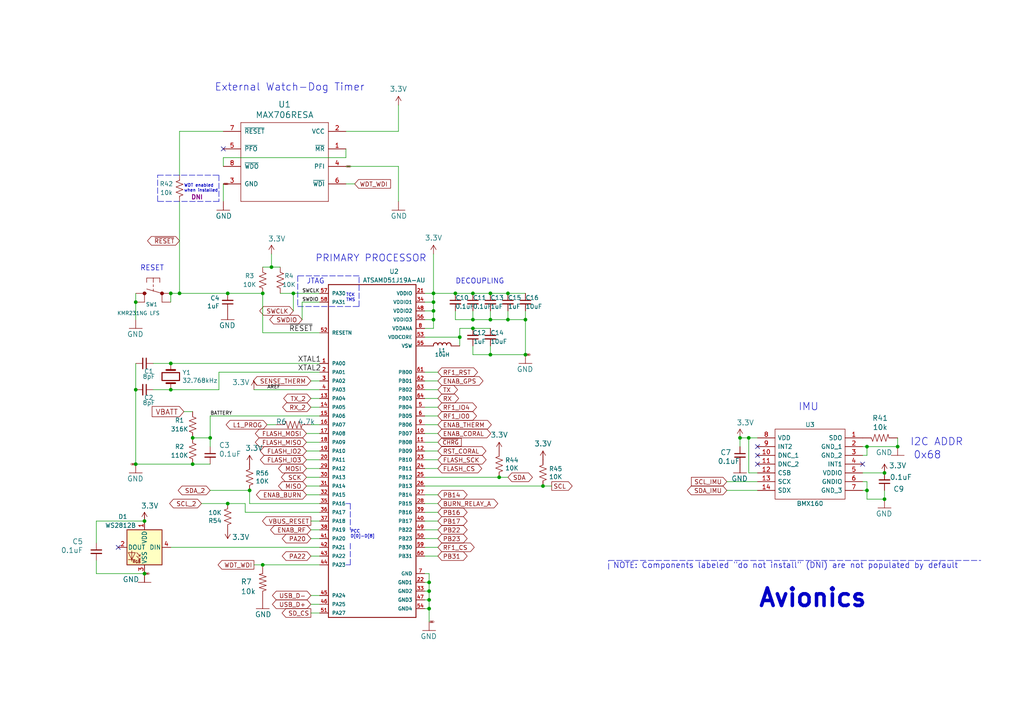
<source format=kicad_sch>
(kicad_sch (version 20211123) (generator eeschema)
  (paper "A4")
  (title_block (title "PyCubed Mainboard") (date "2021-06-09") (rev "v05c") (company "Max Holliday"))
  (lib_symbols
    (symbol "Device:Crystal" (pin_numbers hide) (pin_names (offset 1.016) hide)
      (property "Reference" "Y" (at 0 3.81 0))
      (property "Value" "Crystal" (at 0 -3.81 0))
      (symbol "Crystal_0_1"
        (rectangle (start -1.143 2.54) (end 1.143 -2.54) (stroke (width 0.3048)))
        (polyline (pts (xy -2.54 0) (xy -1.905 0)))
        (polyline (pts (xy -1.905 -1.27) (xy -1.905 1.27)) (stroke (width 0.508)))
        (polyline (pts (xy 1.905 -1.27) (xy 1.905 1.27)) (stroke (width 0.508)))
        (polyline (pts (xy 2.54 0) (xy 1.905 0)))
      )
      (symbol "Crystal_1_1"
        (pin passive line (at -3.81 0 0) (length 1.27) (name "1") (number "1"))
        (pin passive line (at 3.81 0 180) (length 1.27) (name "2") (number "2"))
      )
    )
    (symbol "Device:R_US" (pin_numbers hide) (pin_names (offset 0))
      (property "Reference" "R" (at 2.54 0 90))
      (property "Value" "R_US" (at -2.54 0 90))
      (symbol "R_US_0_1"
        (polyline (pts (xy 0 -2.286) (xy 0 -2.54)))
        (polyline (pts (xy 0 2.286) (xy 0 2.54)))
        (polyline (pts (xy 0 -0.762) (xy 1.016 -1.143) (xy 0 -1.524) (xy -1.016 -1.905) (xy 0 -2.286)))
        (polyline (pts (xy 0 0.762) (xy 1.016 0.381) (xy 0 0) (xy -1.016 -0.381) (xy 0 -0.762)))
        (polyline (pts (xy 0 2.286) (xy 1.016 1.905) (xy 0 1.524) (xy -1.016 1.143) (xy 0 0.762)))
      )
      (symbol "R_US_1_1"
        (pin passive line (at 0 3.81 270) (length 1.27) (name "~") (number "1"))
        (pin passive line (at 0 -3.81 90) (length 1.27) (name "~") (number "2"))
      )
    )
    (symbol "LED:WS2812B" (pin_names (offset 0.254))
      (property "Reference" "D" (at 5.08 5.715 0))
      (property "Value" "WS2812B" (at 1.27 -5.715 0))
      (symbol "WS2812B_0_0"
        (text "RGB" (at 2.286 -4.191 0) (effects (font (size 0.762 0.762))))
      )
      (symbol "WS2812B_0_1"
        (polyline (pts (xy 1.27 -3.556) (xy 1.778 -3.556)))
        (polyline (pts (xy 1.27 -2.54) (xy 1.778 -2.54)))
        (polyline (pts (xy 4.699 -3.556) (xy 2.667 -3.556)))
        (polyline (pts (xy 2.286 -2.54) (xy 1.27 -3.556) (xy 1.27 -3.048)))
        (polyline (pts (xy 2.286 -1.524) (xy 1.27 -2.54) (xy 1.27 -2.032)))
        (polyline (pts (xy 3.683 -1.016) (xy 3.683 -3.556) (xy 3.683 -4.064)))
        (polyline (pts (xy 4.699 -1.524) (xy 2.667 -1.524) (xy 3.683 -3.556) (xy 4.699 -1.524)))
        (rectangle (start 5.08 5.08) (end -5.08 -5.08) (stroke (width 0.254)) (fill (type background)))
      )
      (symbol "WS2812B_1_1"
        (pin power_in line (at 0 7.62 270) (length 2.54) (name "VDD") (number "1"))
        (pin output line (at 7.62 0 180) (length 2.54) (name "DOUT") (number "2"))
        (pin power_in line (at 0 -7.62 90) (length 2.54) (name "VSS") (number "3"))
        (pin input line (at -7.62 0 0) (length 2.54) (name "DIN") (number "4"))
      )
    )
    (symbol "mainboard:10KOHM-1_10W-1%(0603)0603" (pin_names (offset 1.016))
      (property "Reference" "R" (at -3.81 1.4986 0))
      (property "Value" "10KOHM-1_10W-1%(0603)0603" (at -3.81 -3.302 0))
      (symbol "10KOHM-1_10W-1%(0603)0603_1_0"
        (polyline (pts (xy -2.54 0) (xy -2.159 1.016)))
        (polyline (pts (xy -2.159 1.016) (xy -1.524 -1.016)))
        (polyline (pts (xy -1.524 -1.016) (xy -0.889 1.016)))
        (polyline (pts (xy -0.889 1.016) (xy -0.254 -1.016)))
        (polyline (pts (xy -0.254 -1.016) (xy 0.381 1.016)))
        (polyline (pts (xy 0.381 1.016) (xy 1.016 -1.016)))
        (polyline (pts (xy 1.016 -1.016) (xy 1.651 1.016)))
        (polyline (pts (xy 1.651 1.016) (xy 2.286 -1.016)))
        (polyline (pts (xy 2.286 -1.016) (xy 2.54 0)))
        (pin passive line (at -5.08 0 0) (length 2.54) (name "1") (number "1"))
        (pin passive line (at 5.08 0 180) (length 2.54) (name "2") (number "2"))
      )
    )
    (symbol "mainboard:3.3V" (power) (pin_names (offset 1.016))
      (property "Value" "3.3V" (at -1.016 3.556 0))
      (symbol "3.3V_1_0"
        (polyline (pts (xy 0 2.54) (xy -0.762 1.27)))
        (polyline (pts (xy 0.762 1.27) (xy 0 2.54)))
        (pin power_in line (at 0 0 90) (length 2.54) (name "3.3V") (number "1"))
      )
    )
    (symbol "mainboard:ATSAMD51J20A-AU-ATSAMD51J20A-AU-lab64_SAM32-rescue-lab64_SAM32-rescue-SAMD-10-rescue-SAM32-rescue" (pin_names (offset 1.016))
      (property "Reference" "U" (at -12.7254 48.4124 0))
      (property "Value" "ATSAMD51J20A-AU-ATSAMD51J20A-AU-lab64_SAM32-rescue-lab64_SAM32-rescue-SAMD-10-rescue-SAM32-rescue" (at -12.7254 -50.8762 0))
      (symbol "ATSAMD51J20A-AU-ATSAMD51J20A-AU-lab64_SAM32-rescue-lab64_SAM32-rescue-SAMD-10-rescue-SAM32-rescue_0_0"
        (polyline (pts (xy -12.7 -48.26) (xy 12.7 -48.26)) (stroke (width 0.254)))
        (polyline (pts (xy -12.7 48.26) (xy -12.7 -48.26)) (stroke (width 0.254)))
        (polyline (pts (xy 12.7 -48.26) (xy 12.7 48.26)) (stroke (width 0.254)))
        (polyline (pts (xy 12.7 48.26) (xy -12.7 48.26)) (stroke (width 0.254)))
        (pin bidirectional line (at -15.24 25.4 0) (length 2.54) (name "PA00") (number "1"))
        (pin bidirectional line (at 15.24 5.08 180) (length 2.54) (name "PB07") (number "10"))
        (pin bidirectional line (at 15.24 2.54 180) (length 2.54) (name "PB08") (number "11"))
        (pin bidirectional line (at 15.24 0 180) (length 2.54) (name "PB09") (number "12"))
        (pin bidirectional line (at -15.24 15.24 0) (length 2.54) (name "PA04") (number "13"))
        (pin bidirectional line (at -15.24 12.7 0) (length 2.54) (name "PA05") (number "14"))
        (pin bidirectional line (at -15.24 10.16 0) (length 2.54) (name "PA06") (number "15"))
        (pin bidirectional line (at -15.24 7.62 0) (length 2.54) (name "PA07") (number "16"))
        (pin bidirectional line (at -15.24 5.08 0) (length 2.54) (name "PA08") (number "17"))
        (pin bidirectional line (at -15.24 2.54 0) (length 2.54) (name "PA09") (number "18"))
        (pin bidirectional line (at -15.24 0 0) (length 2.54) (name "PA10") (number "19"))
        (pin bidirectional line (at -15.24 22.86 0) (length 2.54) (name "PA01") (number "2"))
        (pin bidirectional line (at -15.24 -2.54 0) (length 2.54) (name "PA11") (number "20"))
        (pin power_in line (at 15.24 45.72 180) (length 2.54) (name "VDDIO") (number "21"))
        (pin power_in line (at 15.24 -38.1 180) (length 2.54) (name "GND1") (number "22"))
        (pin bidirectional line (at 15.24 -2.54 180) (length 2.54) (name "PB10") (number "23"))
        (pin bidirectional line (at 15.24 -5.08 180) (length 2.54) (name "PB11") (number "24"))
        (pin bidirectional line (at 15.24 -7.62 180) (length 2.54) (name "PB12") (number "25"))
        (pin bidirectional line (at 15.24 -10.16 180) (length 2.54) (name "PB13") (number "26"))
        (pin bidirectional line (at 15.24 -12.7 180) (length 2.54) (name "PB14") (number "27"))
        (pin bidirectional line (at 15.24 -15.24 180) (length 2.54) (name "PB15") (number "28"))
        (pin bidirectional line (at -15.24 -5.08 0) (length 2.54) (name "PA12") (number "29"))
        (pin bidirectional line (at -15.24 20.32 0) (length 2.54) (name "PA02") (number "3"))
        (pin bidirectional line (at -15.24 -7.62 0) (length 2.54) (name "PA13") (number "30"))
        (pin bidirectional line (at -15.24 -10.16 0) (length 2.54) (name "PA14") (number "31"))
        (pin bidirectional line (at -15.24 -12.7 0) (length 2.54) (name "PA15") (number "32"))
        (pin power_in line (at 15.24 -40.64 180) (length 2.54) (name "GND2") (number "33"))
        (pin power_in line (at 15.24 43.18 180) (length 2.54) (name "VDDIO1") (number "34"))
        (pin bidirectional line (at -15.24 -15.24 0) (length 2.54) (name "PA16") (number "35"))
        (pin bidirectional line (at -15.24 -17.78 0) (length 2.54) (name "PA17") (number "36"))
        (pin bidirectional line (at -15.24 -20.32 0) (length 2.54) (name "PA18") (number "37"))
        (pin bidirectional line (at -15.24 -22.86 0) (length 2.54) (name "PA19") (number "38"))
        (pin bidirectional line (at 15.24 -17.78 180) (length 2.54) (name "PB16") (number "39"))
        (pin bidirectional line (at -15.24 17.78 0) (length 2.54) (name "PA03") (number "4"))
        (pin bidirectional line (at 15.24 -20.32 180) (length 2.54) (name "PB17") (number "40"))
        (pin bidirectional line (at -15.24 -25.4 0) (length 2.54) (name "PA20") (number "41"))
        (pin bidirectional line (at -15.24 -27.94 0) (length 2.54) (name "PA21") (number "42"))
        (pin bidirectional line (at -15.24 -30.48 0) (length 2.54) (name "PA22") (number "43"))
        (pin bidirectional line (at -15.24 -33.02 0) (length 2.54) (name "PA23") (number "44"))
        (pin bidirectional line (at -15.24 -41.91 0) (length 2.54) (name "PA24") (number "45"))
        (pin bidirectional line (at -15.24 -44.45 0) (length 2.54) (name "PA25") (number "46"))
        (pin power_in line (at 15.24 -43.18 180) (length 2.54) (name "GND3") (number "47"))
        (pin power_in line (at 15.24 40.64 180) (length 2.54) (name "VDDIO2") (number "48"))
        (pin bidirectional line (at 15.24 -22.86 180) (length 2.54) (name "PB22") (number "49"))
        (pin bidirectional line (at 15.24 12.7 180) (length 2.54) (name "PB04") (number "5"))
        (pin bidirectional line (at 15.24 -25.4 180) (length 2.54) (name "PB23") (number "50"))
        (pin bidirectional line (at -15.24 -46.99 0) (length 2.54) (name "PA27") (number "51"))
        (pin input line (at -15.24 34.29 0) (length 2.54) (name "RESETN") (number "52"))
        (pin power_in line (at 15.24 33.02 180) (length 2.54) (name "VDDCORE") (number "53"))
        (pin power_in line (at 15.24 -45.72 180) (length 2.54) (name "GND4") (number "54"))
        (pin power_in line (at 15.24 30.48 180) (length 2.54) (name "VSW") (number "55"))
        (pin power_in line (at 15.24 38.1 180) (length 2.54) (name "VDDIO3") (number "56"))
        (pin bidirectional line (at -15.24 45.72 0) (length 2.54) (name "PA30") (number "57"))
        (pin bidirectional line (at -15.24 43.18 0) (length 2.54) (name "PA31") (number "58"))
        (pin bidirectional line (at 15.24 -27.94 180) (length 2.54) (name "PB30") (number "59"))
        (pin bidirectional line (at 15.24 10.16 180) (length 2.54) (name "PB05") (number "6"))
        (pin bidirectional line (at 15.24 -30.48 180) (length 2.54) (name "PB31") (number "60"))
        (pin bidirectional line (at 15.24 22.86 180) (length 2.54) (name "PB00") (number "61"))
        (pin bidirectional line (at 15.24 20.32 180) (length 2.54) (name "PB01") (number "62"))
        (pin bidirectional line (at 15.24 17.78 180) (length 2.54) (name "PB02") (number "63"))
        (pin bidirectional line (at 15.24 15.24 180) (length 2.54) (name "PB03") (number "64"))
        (pin power_in line (at 15.24 -35.56 180) (length 2.54) (name "GND") (number "7"))
        (pin power_in line (at 15.24 35.56 180) (length 2.54) (name "VDDANA") (number "8"))
        (pin bidirectional line (at 15.24 7.62 180) (length 2.54) (name "PB06") (number "9"))
      )
    )
    (symbol "mainboard:BMX160" (pin_names (offset 0.762))
      (property "Reference" "IC" (at 26.67 7.62 0))
      (property "Value" "BMX160" (at 26.67 5.08 0))
      (symbol "BMX160_0_0"
        (pin bidirectional line (at 0 0 0) (length 5.08) (name "SDO") (number "1"))
        (pin bidirectional line (at 30.48 -5.08 180) (length 5.08) (name "DNC_1") (number "10"))
        (pin bidirectional line (at 30.48 -7.62 180) (length 5.08) (name "DNC_2") (number "11"))
        (pin bidirectional line (at 30.48 -10.16 180) (length 5.08) (name "CSB") (number "12"))
        (pin bidirectional line (at 30.48 -12.7 180) (length 5.08) (name "SCX") (number "13"))
        (pin bidirectional line (at 30.48 -15.24 180) (length 5.08) (name "SDX") (number "14"))
        (pin bidirectional line (at 0 -2.54 0) (length 5.08) (name "GND_1") (number "2"))
        (pin bidirectional line (at 0 -5.08 0) (length 5.08) (name "GND_2") (number "3"))
        (pin bidirectional line (at 0 -7.62 0) (length 5.08) (name "INT1") (number "4"))
        (pin bidirectional line (at 0 -10.16 0) (length 5.08) (name "VDDIO") (number "5"))
        (pin bidirectional line (at 0 -12.7 0) (length 5.08) (name "GNDIO") (number "6"))
        (pin bidirectional line (at 0 -15.24 0) (length 5.08) (name "GND_3") (number "7"))
        (pin bidirectional line (at 30.48 0 180) (length 5.08) (name "VDD") (number "8"))
        (pin bidirectional line (at 30.48 -2.54 180) (length 5.08) (name "INT2") (number "9"))
      )
      (symbol "BMX160_0_1"
        (polyline (pts (xy 5.08 2.54) (xy 25.4 2.54) (xy 25.4 -17.78) (xy 5.08 -17.78) (xy 5.08 2.54)) (stroke (width 0.1524)))
      )
    )
    (symbol "mainboard:C_Small" (pin_numbers hide) (pin_names (offset 0.254) hide)
      (property "Reference" "C" (at 0.254 1.778 0))
      (property "Value" "C_Small" (at 0.254 -2.032 0))
      (symbol "C_Small_0_1"
        (polyline (pts (xy -1.524 -0.508) (xy 1.524 -0.508)) (stroke (width 0.3302)))
        (polyline (pts (xy -1.524 0.508) (xy 1.524 0.508)) (stroke (width 0.3048)))
      )
      (symbol "C_Small_1_1"
        (pin passive line (at 0 2.54 270) (length 2.032) (name "~") (number "1"))
        (pin passive line (at 0 -2.54 90) (length 2.032) (name "~") (number "2"))
      )
    )
    (symbol "mainboard:GND" (power) (pin_names (offset 1.016))
      (property "Value" "GND" (at -2.54 -2.54 0))
      (symbol "GND_1_0"
        (polyline (pts (xy -1.905 0) (xy 1.905 0)))
        (pin power_in line (at 0 2.54 270) (length 2.54) (name "GND") (number "1"))
      )
    )
    (symbol "mainboard:INDUCTOR-Adafruit_Feather_M4_Express-eagle-import-lab64_SAM32-rescue-SAMD-10-rescue-SAM32-rescue" (pin_names (offset 1.016))
      (property "Reference" "L" (at 0 2.54 0))
      (property "Value" "INDUCTOR-Adafruit_Feather_M4_Express-eagle-import-lab64_SAM32-rescue-SAMD-10-rescue-SAM32-rescue" (at 0 -1.524 0))
      (symbol "INDUCTOR-Adafruit_Feather_M4_Express-eagle-import-lab64_SAM32-rescue-SAMD-10-rescue-SAM32-rescue_1_0"
        (arc (start -1.27 0.3048) (mid -1.905 0.9149) (end -2.54 0.3048) (stroke (width 0.254)))
        (polyline (pts (xy -2.54 0.3048) (xy -2.54 0)))
        (polyline (pts (xy 2.54 0.3048) (xy 2.54 0)))
        (arc (start 0 0.3048) (mid -0.635 0.9149) (end -1.27 0.3048) (stroke (width 0.254)))
        (arc (start 1.27 0.3048) (mid 0.635 0.9149) (end 0 0.3048) (stroke (width 0.254)))
        (arc (start 2.54 0.3048) (mid 1.905 0.9149) (end 1.27 0.3048) (stroke (width 0.254)))
        (pin passive line (at -5.08 0 0) (length 2.54) (name "1") (number "1"))
        (pin passive line (at 5.08 0 180) (length 2.54) (name "2") (number "2"))
      )
    )
    (symbol "mainboard:MAX708RESA-T" (pin_names (offset 1.016))
      (property "Reference" "U" (at 15.5956 9.1186 0))
      (property "Value" "MAX708RESA-T" (at 14.9606 6.5786 0))
      (symbol "MAX708RESA-T_1_0"
        (polyline (pts (xy 7.62 -17.78) (xy 33.02 -17.78)))
        (polyline (pts (xy 7.62 5.08) (xy 7.62 -17.78)))
        (polyline (pts (xy 33.02 -17.78) (xy 33.02 5.08)))
        (polyline (pts (xy 33.02 5.08) (xy 7.62 5.08)))
        (pin input line (at 2.54 -2.54 0) (length 5.08) (name "~{MR}") (number "1"))
        (pin power_in line (at 2.54 2.54 0) (length 5.08) (name "VCC") (number "2"))
        (pin power_in line (at 38.1 -12.7 180) (length 5.08) (name "GND") (number "3"))
        (pin input line (at 2.54 -7.62 0) (length 5.08) (name "PFI") (number "4"))
        (pin output line (at 38.1 -2.54 180) (length 5.08) (name "~{PFO}") (number "5"))
        (pin input line (at 2.54 -12.7 0) (length 5.08) (name "~{WDI}") (number "6"))
        (pin output line (at 38.1 2.54 180) (length 5.08) (name "~{RESET}") (number "7"))
        (pin output line (at 38.1 -7.62 180) (length 5.08) (name "~{WDO}") (number "8"))
      )
    )
    (symbol "mainboard:R-US_R0603" (pin_names (offset 1.016))
      (property "Reference" "R" (at -3.81 1.4986 0))
      (property "Value" "R-US_R0603" (at -3.81 -3.302 0))
      (symbol "R-US_R0603_1_0"
        (polyline (pts (xy -2.54 0) (xy -2.159 1.016)))
        (polyline (pts (xy -2.159 1.016) (xy -1.524 -1.016)))
        (polyline (pts (xy -1.524 -1.016) (xy -0.889 1.016)))
        (polyline (pts (xy -0.889 1.016) (xy -0.254 -1.016)))
        (polyline (pts (xy -0.254 -1.016) (xy 0.381 1.016)))
        (polyline (pts (xy 0.381 1.016) (xy 1.016 -1.016)))
        (polyline (pts (xy 1.016 -1.016) (xy 1.651 1.016)))
        (polyline (pts (xy 1.651 1.016) (xy 2.286 -1.016)))
        (polyline (pts (xy 2.286 -1.016) (xy 2.54 0)))
        (pin passive line (at -5.08 0 0) (length 2.54) (name "1") (number "1"))
        (pin passive line (at 5.08 0 180) (length 2.54) (name "2") (number "2"))
      )
    )
    (symbol "mainboard:SWITCH_SMT4.6X2.8" (pin_names (offset 1.016))
      (property "Reference" "SW" (at -2.54 6.35 0))
      (property "Value" "SWITCH_SMT4.6X2.8" (at -2.54 -5.08 0))
      (symbol "SWITCH_SMT4.6X2.8_1_0"
        (circle (center -2.54 0) (radius 0.127) (stroke (width 0.4064)))
        (polyline (pts (xy -2.54 -2.54) (xy -2.54 0)))
        (polyline (pts (xy -2.54 0) (xy 1.905 1.27)))
        (polyline (pts (xy -1.905 4.445) (xy -1.905 3.175)))
        (polyline (pts (xy 0 1.27) (xy 0 0.635)))
        (polyline (pts (xy 0 2.54) (xy 0 1.905)))
        (polyline (pts (xy 0 4.445) (xy -1.905 4.445)))
        (polyline (pts (xy 0 4.445) (xy 0 3.175)))
        (polyline (pts (xy 1.905 0) (xy 2.54 0)))
        (polyline (pts (xy 1.905 4.445) (xy 0 4.445)))
        (polyline (pts (xy 1.905 4.445) (xy 1.905 3.175)))
        (polyline (pts (xy 2.54 -2.54) (xy 2.54 0)))
        (circle (center 2.54 0) (radius 0.127) (stroke (width 0.4064)))
        (pin passive line (at -5.08 0 0) (length 2.54) (name "P") (number "A"))
        (pin passive line (at -5.08 -2.54 0) (length 2.54) (name "P1") (number "A'"))
        (pin passive line (at 5.08 0 180) (length 2.54) (name "S") (number "B"))
        (pin passive line (at 5.08 -2.54 180) (length 2.54) (name "S1") (number "B'"))
      )
    )
  )
  (junction (at 157.48 140.97))
  (junction (at 55.88 134.62))
  (junction (at 85.09 85.09))
  (junction (at 66.04 85.09))
  (junction (at 132.08 85.09))
  (junction (at 49.53 85.09))
  (junction (at 256.54 144.78))
  (junction (at 137.16 92.71))
  (junction (at 76.2 85.09))
  (junction (at 214.63 127))
  (junction (at 256.54 137.16))
  (junction (at 39.37 87.63))
  (junction (at 217.17 127))
  (junction (at 147.32 85.09))
  (junction (at 41.91 151.13))
  (junction (at 260.35 129.54))
  (junction (at 124.46 171.45))
  (junction (at 124.46 173.99))
  (junction (at 66.04 146.05))
  (junction (at 78.74 77.47))
  (junction (at 125.73 87.63))
  (junction (at 60.96 127))
  (junction (at 124.46 168.91))
  (junction (at 125.73 90.17))
  (junction (at 39.37 134.62))
  (junction (at 52.07 85.09))
  (junction (at 55.88 127))
  (junction (at 251.46 129.54))
  (junction (at 142.24 102.87))
  (junction (at 49.53 105.41))
  (junction (at 147.32 92.71))
  (junction (at 152.4 102.87))
  (junction (at 142.24 92.71))
  (junction (at 133.35 97.79))
  (junction (at 49.53 113.03))
  (junction (at 137.16 95.25))
  (junction (at 124.46 176.53))
  (junction (at 142.24 85.09))
  (junction (at 152.4 92.71))
  (junction (at 125.73 92.71))
  (junction (at 72.39 142.24))
  (junction (at 39.37 113.03))
  (junction (at 41.91 166.37))
  (junction (at 144.78 138.43))
  (junction (at 125.73 85.09))
  (junction (at 251.46 142.24))
  (junction (at 76.2 163.83))
  (junction (at 137.16 85.09))
  (no_connect (at 219.71 134.62))
  (no_connect (at 250.19 134.62))
  (no_connect (at 64.77 43.18))
  (no_connect (at 34.29 158.75))
  (no_connect (at 219.71 129.54))
  (no_connect (at 219.71 132.08))
  (wire (pts (xy 123.19 153.67) (xy 127 153.67)))
  (wire (pts (xy 78.74 77.47) (xy 81.28 77.47)))
  (wire (pts (xy 152.4 92.71) (xy 152.4 102.87)))
  (wire (pts (xy 123.19 130.81) (xy 127 130.81)))
  (wire (pts (xy 125.73 85.09) (xy 132.08 85.09)))
  (wire (pts (xy 214.63 129.54) (xy 214.63 127)))
  (wire (pts (xy 44.45 113.03) (xy 49.53 113.03)))
  (wire (pts (xy 27.94 151.13) (xy 41.91 151.13)))
  (wire (pts (xy 39.37 105.41) (xy 39.37 113.03)))
  (wire (pts (xy 125.73 95.25) (xy 125.73 92.71)))
  (wire (pts (xy 123.19 140.97) (xy 157.48 140.97)))
  (wire (pts (xy 52.07 38.1) (xy 52.07 50.8)))
  (wire (pts (xy 123.19 171.45) (xy 124.46 171.45)))
  (wire (pts (xy 137.16 85.09) (xy 142.24 85.09)))
  (wire (pts (xy 85.09 90.17) (xy 85.09 85.09)))
  (polyline (pts (xy 176.53 165.1) (xy 176.53 162.56)))
  (wire (pts (xy 64.77 48.26) (xy 64.77 45.72)))
  (wire (pts (xy 78.74 73.66) (xy 78.74 77.47)))
  (wire (pts (xy 52.07 85.09) (xy 66.04 85.09)))
  (wire (pts (xy 115.57 48.26) (xy 115.57 58.42)))
  (wire (pts (xy 92.71 110.49) (xy 90.17 110.49)))
  (wire (pts (xy 123.19 166.37) (xy 124.46 166.37)))
  (wire (pts (xy 27.94 166.37) (xy 41.91 166.37)))
  (polyline (pts (xy 101.6 163.83) (xy 101.6 157.48)))
  (wire (pts (xy 55.88 127) (xy 60.96 127)))
  (polyline (pts (xy 63.5 50.8) (xy 63.5 58.42)))
  (wire (pts (xy 123.19 168.91) (xy 124.46 168.91)))
  (wire (pts (xy 85.09 85.09) (xy 92.71 85.09)))
  (wire (pts (xy 123.19 85.09) (xy 125.73 85.09)))
  (wire (pts (xy 137.16 102.87) (xy 142.24 102.87)))
  (wire (pts (xy 123.19 161.29) (xy 127 161.29)))
  (wire (pts (xy 147.32 92.71) (xy 152.4 92.71)))
  (wire (pts (xy 60.96 127) (xy 60.96 120.65)))
  (wire (pts (xy 49.53 158.75) (xy 92.71 158.75)))
  (wire (pts (xy 160.02 140.97) (xy 157.48 140.97)))
  (wire (pts (xy 142.24 100.33) (xy 142.24 102.87)))
  (wire (pts (xy 142.24 102.87) (xy 152.4 102.87)))
  (wire (pts (xy 102.87 53.34) (xy 100.33 53.34)))
  (wire (pts (xy 72.39 142.24) (xy 60.96 142.24)))
  (wire (pts (xy 133.35 97.79) (xy 133.35 100.33)))
  (wire (pts (xy 132.08 90.17) (xy 132.08 92.71)))
  (wire (pts (xy 52.07 58.42) (xy 52.07 85.09)))
  (wire (pts (xy 92.71 118.11) (xy 90.17 118.11)))
  (wire (pts (xy 127 128.27) (xy 123.19 128.27)))
  (polyline (pts (xy 86.36 88.9) (xy 104.14 88.9)))
  (wire (pts (xy 123.19 138.43) (xy 144.78 138.43)))
  (wire (pts (xy 127 133.35) (xy 123.19 133.35)))
  (wire (pts (xy 27.94 162.56) (xy 27.94 166.37)))
  (wire (pts (xy 250.19 139.7) (xy 251.46 139.7)))
  (wire (pts (xy 125.73 90.17) (xy 125.73 87.63)))
  (wire (pts (xy 123.19 151.13) (xy 127 151.13)))
  (wire (pts (xy 217.17 127) (xy 219.71 127)))
  (wire (pts (xy 76.2 163.83) (xy 73.66 163.83)))
  (wire (pts (xy 39.37 85.09) (xy 39.37 87.63)))
  (wire (pts (xy 100.33 45.72) (xy 100.33 43.18)))
  (wire (pts (xy 123.19 176.53) (xy 124.46 176.53)))
  (polyline (pts (xy 104.14 88.9) (xy 104.14 80.01)))
  (wire (pts (xy 49.53 105.41) (xy 92.71 105.41)))
  (wire (pts (xy 127 125.73) (xy 123.19 125.73)))
  (wire (pts (xy 147.32 138.43) (xy 144.78 138.43)))
  (wire (pts (xy 44.45 105.41) (xy 49.53 105.41)))
  (polyline (pts (xy 100.33 163.83) (xy 101.6 163.83)))
  (wire (pts (xy 71.12 146.05) (xy 66.04 146.05)))
  (wire (pts (xy 123.19 90.17) (xy 125.73 90.17)))
  (wire (pts (xy 81.28 85.09) (xy 85.09 85.09)))
  (wire (pts (xy 88.9 138.43) (xy 92.71 138.43)))
  (wire (pts (xy 92.71 172.72) (xy 90.17 172.72)))
  (wire (pts (xy 87.63 87.63) (xy 92.71 87.63)))
  (wire (pts (xy 152.4 90.17) (xy 152.4 92.71)))
  (wire (pts (xy 124.46 176.53) (xy 124.46 180.34)))
  (wire (pts (xy 123.19 87.63) (xy 125.73 87.63)))
  (wire (pts (xy 49.53 85.09) (xy 52.07 85.09)))
  (wire (pts (xy 76.2 96.52) (xy 76.2 85.09)))
  (wire (pts (xy 250.19 132.08) (xy 251.46 132.08)))
  (wire (pts (xy 92.71 133.35) (xy 88.9 133.35)))
  (wire (pts (xy 250.19 129.54) (xy 251.46 129.54)))
  (wire (pts (xy 66.04 85.09) (xy 76.2 85.09)))
  (wire (pts (xy 66.04 146.05) (xy 58.42 146.05)))
  (wire (pts (xy 217.17 137.16) (xy 217.17 127)))
  (wire (pts (xy 76.2 77.47) (xy 78.74 77.47)))
  (wire (pts (xy 88.9 130.81) (xy 92.71 130.81)))
  (wire (pts (xy 219.71 137.16) (xy 217.17 137.16)))
  (wire (pts (xy 55.88 134.62) (xy 39.37 134.62)))
  (wire (pts (xy 142.24 92.71) (xy 142.24 90.17)))
  (wire (pts (xy 123.19 146.05) (xy 127 146.05)))
  (wire (pts (xy 256.54 137.16) (xy 250.19 137.16)))
  (wire (pts (xy 125.73 87.63) (xy 125.73 85.09)))
  (wire (pts (xy 100.33 48.26) (xy 115.57 48.26)))
  (wire (pts (xy 92.71 96.52) (xy 76.2 96.52)))
  (wire (pts (xy 127 120.65) (xy 123.19 120.65)))
  (wire (pts (xy 49.53 113.03) (xy 63.5 113.03)))
  (polyline (pts (xy 101.6 146.05) (xy 101.6 153.67)))
  (wire (pts (xy 127 110.49) (xy 123.19 110.49)))
  (wire (pts (xy 87.63 87.63) (xy 87.63 92.71)))
  (polyline (pts (xy 104.14 80.01) (xy 86.36 80.01)))
  (wire (pts (xy 210.82 142.24) (xy 219.71 142.24)))
  (wire (pts (xy 39.37 87.63) (xy 39.37 92.71)))
  (wire (pts (xy 123.19 123.19) (xy 127 123.19)))
  (wire (pts (xy 92.71 146.05) (xy 72.39 146.05)))
  (wire (pts (xy 115.57 38.1) (xy 100.33 38.1)))
  (wire (pts (xy 123.19 143.51) (xy 127 143.51)))
  (wire (pts (xy 88.9 128.27) (xy 92.71 128.27)))
  (wire (pts (xy 90.17 151.13) (xy 92.71 151.13)))
  (wire (pts (xy 123.19 95.25) (xy 125.73 95.25)))
  (wire (pts (xy 133.35 97.79) (xy 133.35 95.25)))
  (wire (pts (xy 123.19 115.57) (xy 127 115.57)))
  (wire (pts (xy 251.46 129.54) (xy 260.35 129.54)))
  (wire (pts (xy 251.46 144.78) (xy 256.54 144.78)))
  (polyline (pts (xy 100.33 146.05) (xy 101.6 146.05)))
  (wire (pts (xy 115.57 38.1) (xy 115.57 30.48)))
  (wire (pts (xy 92.71 143.51) (xy 88.9 143.51)))
  (wire (pts (xy 63.5 113.03) (xy 63.5 107.95)))
  (polyline (pts (xy 86.36 80.01) (xy 86.36 88.9)))
  (wire (pts (xy 90.17 177.8) (xy 92.71 177.8)))
  (wire (pts (xy 123.19 148.59) (xy 127 148.59)))
  (wire (pts (xy 147.32 90.17) (xy 147.32 92.71)))
  (wire (pts (xy 88.9 125.73) (xy 92.71 125.73)))
  (polyline (pts (xy 45.72 58.42) (xy 45.72 50.8)))
  (wire (pts (xy 63.5 107.95) (xy 92.71 107.95)))
  (wire (pts (xy 80.01 123.19) (xy 77.47 123.19)))
  (polyline (pts (xy 63.5 58.42) (xy 45.72 58.42)))
  (wire (pts (xy 123.19 113.03) (xy 127 113.03)))
  (wire (pts (xy 256.54 142.24) (xy 256.54 144.78)))
  (wire (pts (xy 92.71 163.83) (xy 76.2 163.83)))
  (wire (pts (xy 123.19 97.79) (xy 133.35 97.79)))
  (wire (pts (xy 72.39 146.05) (xy 72.39 142.24)))
  (wire (pts (xy 123.19 156.21) (xy 127 156.21)))
  (polyline (pts (xy 176.53 162.56) (xy 284.48 162.56)))
  (wire (pts (xy 250.19 142.24) (xy 251.46 142.24)))
  (wire (pts (xy 92.71 175.26) (xy 90.17 175.26)))
  (wire (pts (xy 124.46 168.91) (xy 124.46 171.45)))
  (wire (pts (xy 147.32 85.09) (xy 152.4 85.09)))
  (wire (pts (xy 124.46 166.37) (xy 124.46 168.91)))
  (wire (pts (xy 137.16 95.25) (xy 142.24 95.25)))
  (wire (pts (xy 71.12 148.59) (xy 71.12 146.05)))
  (wire (pts (xy 124.46 173.99) (xy 124.46 176.53)))
  (wire (pts (xy 137.16 90.17) (xy 137.16 92.71)))
  (wire (pts (xy 251.46 139.7) (xy 251.46 142.24)))
  (wire (pts (xy 125.73 92.71) (xy 125.73 90.17)))
  (wire (pts (xy 127 135.89) (xy 123.19 135.89)))
  (wire (pts (xy 49.53 87.63) (xy 49.53 85.09)))
  (wire (pts (xy 88.9 140.97) (xy 92.71 140.97)))
  (wire (pts (xy 92.71 148.59) (xy 71.12 148.59)))
  (wire (pts (xy 64.77 38.1) (xy 52.07 38.1)))
  (wire (pts (xy 142.24 92.71) (xy 147.32 92.71)))
  (wire (pts (xy 123.19 158.75) (xy 127 158.75)))
  (wire (pts (xy 39.37 113.03) (xy 39.37 134.62)))
  (wire (pts (xy 73.66 113.03) (xy 92.71 113.03)))
  (wire (pts (xy 142.24 92.71) (xy 137.16 92.71)))
  (wire (pts (xy 92.71 123.19) (xy 90.17 123.19)))
  (wire (pts (xy 133.35 95.25) (xy 137.16 95.25)))
  (wire (pts (xy 92.71 156.21) (xy 90.17 156.21)))
  (wire (pts (xy 124.46 171.45) (xy 124.46 173.99)))
  (wire (pts (xy 53.34 119.38) (xy 55.88 119.38)))
  (wire (pts (xy 60.96 120.65) (xy 92.71 120.65)))
  (wire (pts (xy 123.19 173.99) (xy 124.46 173.99)))
  (wire (pts (xy 260.35 129.54) (xy 260.35 127)))
  (wire (pts (xy 92.71 153.67) (xy 90.17 153.67)))
  (wire (pts (xy 137.16 102.87) (xy 137.16 100.33)))
  (wire (pts (xy 88.9 135.89) (xy 92.71 135.89)))
  (wire (pts (xy 210.82 139.7) (xy 219.71 139.7)))
  (wire (pts (xy 214.63 127) (xy 217.17 127)))
  (wire (pts (xy 142.24 85.09) (xy 147.32 85.09)))
  (wire (pts (xy 251.46 142.24) (xy 251.46 144.78)))
  (wire (pts (xy 123.19 118.11) (xy 127 118.11)))
  (wire (pts (xy 132.08 85.09) (xy 137.16 85.09)))
  (wire (pts (xy 60.96 129.54) (xy 60.96 127)))
  (wire (pts (xy 27.94 151.13) (xy 27.94 157.48)))
  (wire (pts (xy 123.19 107.95) (xy 127 107.95)))
  (wire (pts (xy 92.71 115.57) (xy 90.17 115.57)))
  (wire (pts (xy 64.77 45.72) (xy 100.33 45.72)))
  (wire (pts (xy 125.73 85.09) (xy 125.73 73.66)))
  (wire (pts (xy 92.71 161.29) (xy 90.17 161.29)))
  (wire (pts (xy 123.19 92.71) (xy 125.73 92.71)))
  (wire (pts (xy 60.96 134.62) (xy 55.88 134.62)))
  (polyline (pts (xy 45.72 50.8) (xy 63.5 50.8)))
  (wire (pts (xy 64.77 53.34) (xy 64.77 58.42)))
  (wire (pts (xy 137.16 92.71) (xy 132.08 92.71)))
  (wire (pts (xy 251.46 129.54) (xy 251.46 132.08)))
  (text "PRIMARY PROCESSOR" (at 91.44 76.2 0) (effects (font (size 2.0066 2.0066)) (justify left bottom)))
  (text "JTAG\n" (at 88.9 82.55 0) (effects (font (size 1.4986 1.4986)) (justify left bottom)))
  (text "Avionics" (at 219.71 176.53 0) (effects (font (size 5.08 5.08) (thickness 1.016) bold) (justify left bottom)))
  (text "IMU" (at 237.49 119.38 180) (effects (font (size 2.159 2.159)) (justify right bottom)))
  (text "PCC\nD[0]-D[8]" (at 101.6 156.21 0) (effects (font (size 0.889 0.889)) (justify left bottom)))
  (text "0x68" (at 273.05 133.35 180) (effects (font (size 2.159 2.159)) (justify right bottom)))
  (text "NOTE: Components labeled \"do not install\" (DNI) are not populated by default" (at 177.8 165.1 0) (effects (font (size 1.651 1.651)) (justify left bottom)))
  (text "TCK\nTMS" (at 100.33 87.63 0) (effects (font (size 0.889 0.889)) (justify left bottom)))
  (text "RESET" (at 40.64 78.74 0) (effects (font (size 1.4986 1.4986)) (justify left bottom)))
  (text "WDT enabled\nwhen installed" (at 53.34 55.88 0) (effects (font (size 0.889 0.889)) (justify left bottom)))
  (text "I2C ADDR" (at 279.4 129.54 180) (effects (font (size 2.159 2.159)) (justify right bottom)))
  (text "External Watch-Dog Timer" (at 62.23 26.67 0) (effects (font (size 2.159 2.159)) (justify left bottom)))
  (text "DECOUPLING\n" (at 132.08 82.55 0) (effects (font (size 1.4986 1.4986)) (justify left bottom)))
  (label "~{RESET}" (at 83.82 96.52 0) (effects (font (size 1.4986 1.4986))))
  (label "SWDIO" (at 87.63 87.63 0) (effects (font (size 0.9906 0.9906))))
  (label "XTAL2" (at 86.36 107.95 0) (effects (font (size 1.524 1.524))))
  (label "XTAL1" (at 86.36 105.41 0) (effects (font (size 1.524 1.524))))
  (label "BATTERY" (at 60.96 120.65 0) (effects (font (size 1.016 1.016))))
  (label "AREF" (at 77.47 113.03 0) (effects (font (size 1.016 1.016))))
  (label "SWCLK" (at 87.63 85.09 0) (effects (font (size 0.9906 0.9906))))
  (global_label "VBUS_RESET" (shape output) (at 90.17 151.13 180) (property "Intersheet References" "${INTERSHEET_REFS}" (effects hide)))
  (global_label "~{CHRG}" (shape input) (at 127 128.27 0) (effects (font (size 1.143 1.143))) (property "Intersheet References" "${INTERSHEET_REFS}" (effects hide)))
  (global_label "USB_D+" (shape bidirectional) (at 90.17 175.26 180) (property "Intersheet References" "${INTERSHEET_REFS}" (effects hide)))
  (global_label "MISO" (shape bidirectional) (at 88.9 140.97 180) (property "Intersheet References" "${INTERSHEET_REFS}" (effects hide)))
  (global_label "PB16" (shape bidirectional) (at 127 148.59 0) (property "Intersheet References" "${INTERSHEET_REFS}" (effects hide)))
  (global_label "ENAB_RF" (shape bidirectional) (at 90.17 153.67 180) (property "Intersheet References" "${INTERSHEET_REFS}" (effects hide)))
  (global_label "PA22" (shape bidirectional) (at 90.17 161.29 180) (property "Intersheet References" "${INTERSHEET_REFS}" (effects hide)))
  (global_label "SCK" (shape bidirectional) (at 88.9 138.43 180) (property "Intersheet References" "${INTERSHEET_REFS}" (effects hide)))
  (global_label "RF1_IO0" (shape bidirectional) (at 127 120.65 0) (property "Intersheet References" "${INTERSHEET_REFS}" (effects hide)))
  (global_label "GND" (shape bidirectional) (at 64.77 53.34 0) (effects (font (size 0.254 0.254))) (property "Intersheet References" "${INTERSHEET_REFS}" (effects hide)))
  (global_label "PB23" (shape bidirectional) (at 127 156.21 0) (property "Intersheet References" "${INTERSHEET_REFS}" (effects hide)))
  (global_label "TX" (shape bidirectional) (at 127 113.03 0) (property "Intersheet References" "${INTERSHEET_REFS}" (effects hide)))
  (global_label "BURN_RELAY_A" (shape bidirectional) (at 127 146.05 0) (property "Intersheet References" "${INTERSHEET_REFS}" (effects hide)))
  (global_label "ENAB_BURN" (shape bidirectional) (at 88.9 143.51 180) (property "Intersheet References" "${INTERSHEET_REFS}" (effects hide)))
  (global_label "FLASH_IO3" (shape bidirectional) (at 88.9 133.35 180) (property "Intersheet References" "${INTERSHEET_REFS}" (effects hide)))
  (global_label "ENAB_THERM" (shape bidirectional) (at 127 123.19 0) (property "Intersheet References" "${INTERSHEET_REFS}" (effects hide)))
  (global_label "RF1_CS" (shape bidirectional) (at 127 158.75 0) (property "Intersheet References" "${INTERSHEET_REFS}" (effects hide)))
  (global_label "WDT_WDI" (shape output) (at 73.66 163.83 180) (property "Intersheet References" "${INTERSHEET_REFS}" (effects hide)))
  (global_label "SD_CS" (shape output) (at 90.17 177.8 180) (property "Intersheet References" "${INTERSHEET_REFS}" (effects hide)))
  (global_label "ENAB_GPS" (shape bidirectional) (at 127 110.49 0) (property "Intersheet References" "${INTERSHEET_REFS}" (effects hide)))
  (global_label "WDT_WDI" (shape input) (at 102.87 53.34 0) (property "Intersheet References" "${INTERSHEET_REFS}" (effects hide)))
  (global_label "SWDIO" (shape bidirectional) (at 87.63 92.71 180) (property "Intersheet References" "${INTERSHEET_REFS}" (effects hide)))
  (global_label "VBATT" (shape input) (at 53.34 119.38 180) (effects (font (size 1.4986 1.4986))) (property "Intersheet References" "${INTERSHEET_REFS}" (effects hide)))
  (global_label "SCL_2" (shape bidirectional) (at 58.42 146.05 180) (property "Intersheet References" "${INTERSHEET_REFS}" (effects hide)))
  (global_label "SWCLK" (shape bidirectional) (at 85.09 90.17 180) (property "Intersheet References" "${INTERSHEET_REFS}" (effects hide)))
  (global_label "SDA_2" (shape bidirectional) (at 60.96 142.24 180) (property "Intersheet References" "${INTERSHEET_REFS}" (effects hide)))
  (global_label "PB31" (shape bidirectional) (at 127 161.29 0) (property "Intersheet References" "${INTERSHEET_REFS}" (effects hide)))
  (global_label "~{RESET}" (shape bidirectional) (at 52.07 69.85 180) (property "Intersheet References" "${INTERSHEET_REFS}" (effects hide)))
  (global_label "GND" (shape bidirectional) (at 39.37 134.62 180) (effects (font (size 0.254 0.254))) (property "Intersheet References" "${INTERSHEET_REFS}" (effects hide)))
  (global_label "FLASH_MISO" (shape bidirectional) (at 88.9 128.27 180) (property "Intersheet References" "${INTERSHEET_REFS}" (effects hide)))
  (global_label "RX" (shape bidirectional) (at 127 115.57 0) (property "Intersheet References" "${INTERSHEET_REFS}" (effects hide)))
  (global_label "PA20" (shape bidirectional) (at 90.17 156.21 180) (property "Intersheet References" "${INTERSHEET_REFS}" (effects hide)))
  (global_label "SCL" (shape output) (at 160.02 140.97 0) (property "Intersheet References" "${INTERSHEET_REFS}" (effects hide)))
  (global_label "GND" (shape bidirectional) (at 124.46 180.34 0) (effects (font (size 0.254 0.254))) (property "Intersheet References" "${INTERSHEET_REFS}" (effects hide)))
  (global_label "RX_2" (shape bidirectional) (at 90.17 118.11 180) (property "Intersheet References" "${INTERSHEET_REFS}" (effects hide)))
  (global_label "FLASH_SCK" (shape bidirectional) (at 127 133.35 0) (property "Intersheet References" "${INTERSHEET_REFS}" (effects hide)))
  (global_label "SDA" (shape bidirectional) (at 147.32 138.43 0) (property "Intersheet References" "${INTERSHEET_REFS}" (effects hide)))
  (global_label "PB22" (shape bidirectional) (at 127 153.67 0) (property "Intersheet References" "${INTERSHEET_REFS}" (effects hide)))
  (global_label "GND" (shape bidirectional) (at 100.33 48.26 0) (effects (font (size 0.254 0.254))) (property "Intersheet References" "${INTERSHEET_REFS}" (effects hide)))
  (global_label "FLASH_MOSI" (shape bidirectional) (at 88.9 125.73 180) (property "Intersheet References" "${INTERSHEET_REFS}" (effects hide)))
  (global_label "RST_CORAL" (shape bidirectional) (at 127 130.81 0) (property "Intersheet References" "${INTERSHEET_REFS}" (effects hide)))
  (global_label "GND" (shape bidirectional) (at 41.91 166.37 0) (effects (font (size 0.254 0.254))) (property "Intersheet References" "${INTERSHEET_REFS}" (effects hide)))
  (global_label "L1_PROG" (shape bidirectional) (at 77.47 123.19 180) (property "Intersheet References" "${INTERSHEET_REFS}" (effects hide)))
  (global_label "TX_2" (shape bidirectional) (at 90.17 115.57 180) (property "Intersheet References" "${INTERSHEET_REFS}" (effects hide)))
  (global_label "RF1_RST" (shape bidirectional) (at 127 107.95 0) (property "Intersheet References" "${INTERSHEET_REFS}" (effects hide)))
  (global_label "GND" (shape bidirectional) (at 152.4 102.87 0) (effects (font (size 0.254 0.254))) (property "Intersheet References" "${INTERSHEET_REFS}" (effects hide)))
  (global_label "SENSE_THERM" (shape bidirectional) (at 90.17 110.49 180) (property "Intersheet References" "${INTERSHEET_REFS}" (effects hide)))
  (global_label "ENAB_CORAL" (shape bidirectional) (at 127 125.73 0) (property "Intersheet References" "${INTERSHEET_REFS}" (effects hide)))
  (global_label "PB14" (shape bidirectional) (at 127 143.51 0) (property "Intersheet References" "${INTERSHEET_REFS}" (effects hide)))
  (global_label "MOSI" (shape bidirectional) (at 88.9 135.89 180) (property "Intersheet References" "${INTERSHEET_REFS}" (effects hide)))
  (global_label "FLASH_IO2" (shape bidirectional) (at 88.9 130.81 180) (property "Intersheet References" "${INTERSHEET_REFS}" (effects hide)))
  (global_label "SCL_IMU" (shape input) (at 210.82 139.7 180) (property "Intersheet References" "${INTERSHEET_REFS}" (effects hide)))
  (global_label "PB17" (shape bidirectional) (at 127 151.13 0) (property "Intersheet References" "${INTERSHEET_REFS}" (effects hide)))
  (global_label "RF1_IO4" (shape bidirectional) (at 127 118.11 0) (property "Intersheet References" "${INTERSHEET_REFS}" (effects hide)))
  (global_label "SDA_IMU" (shape bidirectional) (at 210.82 142.24 180) (property "Intersheet References" "${INTERSHEET_REFS}" (effects hide)))
  (global_label "USB_D-" (shape bidirectional) (at 90.17 172.72 180) (property "Intersheet References" "${INTERSHEET_REFS}" (effects hide)))
  (global_label "FLASH_CS" (shape bidirectional) (at 127 135.89 0) (property "Intersheet References" "${INTERSHEET_REFS}" (effects hide)))
  (symbol (lib_id "mainboard:GND") (at 64.77 60.96 0) (mirror y) (unit 1)
    (property "Reference" "#GND06" (effects hide))
    (property "Value" "GND" (at 67.31 63.5 0) (effects (font (size 1.4986 1.4986)) (justify left bottom)))
  )
  (symbol (lib_id "mainboard:3.3V") (at 115.57 30.48 0) (mirror y) (unit 1)
    (property "Reference" "#SUPPLY01" (effects hide))
    (property "Value" "3.3V" (at 118.11 26.67 0) (effects (font (size 1.4986 1.4986)) (justify left bottom)))
  )
  (symbol (lib_id "mainboard:C_Small") (at 256.54 139.7 0) (mirror x) (unit 1)
    (property "Reference" "C9" (at 259.08 140.97 0) (effects (font (size 1.4986 1.4986)) (justify left bottom)))
    (property "Value" "0.1uF" (at 258.064 137.541 0) (effects (font (size 1.4986 1.4986)) (justify left bottom)))
    (property "Footprint" "Capacitor_SMD:C_0603_1608Metric" (effects hide))
    (property "Description" "0.1uF +-10% 50V X7R 0603" (effects hide))
  )
  (symbol (lib_id "mainboard:GND") (at 76.2 176.53 0) (mirror y) (unit 1)
    (property "Reference" "#GND010" (effects hide))
    (property "Value" "GND" (at 78.74 179.07 0) (effects (font (size 1.4986 1.4986)) (justify left bottom)))
  )
  (symbol (lib_id "mainboard:C_Small") (at 152.4 87.63 0) (unit 1)
    (property "Reference" "C16" (at 152.4 86.36 0) (effects (justify left)))
    (property "Value" "10uF" (at 152.4 88.9 0) (effects (justify left)))
    (property "Footprint" "Capacitor_SMD:C_0603_1608Metric" (effects hide))
    (property "Description" "10uF +-20% 10V X5R" (effects hide))
  )
  (symbol (lib_id "mainboard:C_Small") (at 147.32 87.63 0) (unit 1)
    (property "Reference" "C15" (at 147.32 86.36 0) (effects (justify left)))
    (property "Value" "1uF" (at 147.32 88.9 0) (effects (justify left)))
    (property "Footprint" "Capacitor_SMD:C_0603_1608Metric" (effects hide))
    (property "Description" "1uF 0603 X7R" (effects hide))
  )
  (symbol (lib_id "mainboard:C_Small") (at 142.24 87.63 0) (unit 1)
    (property "Reference" "C13" (at 142.24 86.36 0) (effects (justify left)))
    (property "Value" "1uF" (at 142.24 88.9 0) (effects (justify left)))
    (property "Footprint" "Capacitor_SMD:C_0603_1608Metric" (effects hide))
    (property "Description" "1uF 0603 X7R" (effects hide))
  )
  (symbol (lib_id "mainboard:C_Small") (at 66.04 87.63 0) (mirror x) (unit 1)
    (property "Reference" "C4" (at 63.7032 86.4616 0) (effects (justify right)))
    (property "Value" "1uF" (at 63.7032 88.773 0) (effects (justify right)))
    (property "Footprint" "Capacitor_SMD:C_0603_1608Metric" (effects hide))
    (property "Description" "1uF 0603 X7R" (effects hide))
  )
  (symbol (lib_id "mainboard:C_Small") (at 137.16 97.79 0) (mirror x) (unit 1)
    (property "Reference" "C12" (at 140.97 96.52 0) (effects (justify right)))
    (property "Value" "1uF" (at 140.97 99.06 0) (effects (justify right)))
    (property "Footprint" "Capacitor_SMD:C_0603_1608Metric" (effects hide))
    (property "Description" "1uF 0603 X7R" (effects hide))
  )
  (symbol (lib_id "mainboard:INDUCTOR-Adafruit_Feather_M4_Express-eagle-import-lab64_SAM32-rescue-SAMD-10-rescue-SAM32-rescue") (at 128.27 100.33 0) (mirror y) (unit 1)
    (property "Reference" "L1" (at 128.27 101.6 0) (effects (font (size 1.0668 1.0668))))
    (property "Value" "10uH" (at 128.27 102.87 0) (effects (font (size 1.0668 1.0668))))
    (property "Footprint" "Inductor_SMD:L_0805_2012Metric_Pad1.15x1.40mm_HandSolder" (effects hide))
    (property "Description" "10uH Unshielded 0805" (effects hide))
    (property "Flight" "MGFL2012F100MT-LF" (effects hide))
    (property "Manufacturer_Name" "MicroGate" (effects hide))
    (property "Manufacturer_Part_Number" "MGFL2012F100MT-LF" (effects hide))
    (property "Proto" "MGFL2012F100MT-LF" (effects hide))
  )
  (symbol (lib_id "mainboard:C_Small") (at 142.24 97.79 0) (mirror y) (unit 1)
    (property "Reference" "C14" (at 142.24 96.52 0) (effects (justify right)))
    (property "Value" "10uF" (at 142.24 99.06 0) (effects (justify right)))
    (property "Footprint" "Capacitor_SMD:C_0603_1608Metric" (effects hide))
    (property "Description" "10uF +-20% 10V X5R" (effects hide))
  )
  (symbol (lib_id "mainboard:SWITCH_SMT4.6X2.8") (at 44.45 85.09 0) (mirror y) (unit 1)
    (property "Reference" "SW1" (at 45.72 88.9 0) (effects (font (size 1.0668 1.0668)) (justify left bottom)))
    (property "Value" "KMR231NG LFS" (at 46.355 91.44 0) (effects (font (size 1.0668 1.0668)) (justify left bottom)))
    (property "Footprint" "mainboard:BTN_KMR2_4.6X2.8" (effects hide))
    (property "Datasheet" "https://www.ckswitches.com/media/1479/kmr2.pdf" (effects hide))
    (property "Description" "Tactile Switch SPST-NO" (effects hide))
    (property "Flight" "KMR231NG LFS" (effects hide))
    (property "Manufacturer_Name" "C&K" (effects hide))
    (property "Manufacturer_Part_Number" "KMR231NG LFS" (effects hide))
    (property "Proto" "KMR231NG LFS" (effects hide))
  )
  (symbol (lib_id "mainboard:C_Small") (at 41.91 105.41 270) (mirror x) (unit 1)
    (property "Reference" "C1" (at 43.1546 107.696 90))
    (property "Value" "8pF" (at 43.18 109.22 90))
    (property "Footprint" "Capacitor_SMD:C_0603_1608Metric" (effects hide))
    (property "Description" "8pF +-0.25pF 50V C0G 0603" (effects hide))
  )
  (symbol (lib_id "mainboard:C_Small") (at 41.91 113.03 270) (mirror x) (unit 1)
    (property "Reference" "C2" (at 43.1546 115.316 90))
    (property "Value" "8pF" (at 43.18 116.84 90))
    (property "Footprint" "Capacitor_SMD:C_0603_1608Metric" (effects hide))
    (property "Description" "8pF +-0.25pF 50V C0G 0603" (effects hide))
  )
  (symbol (lib_id "Device:R_US") (at 55.88 123.19 0) (unit 1)
    (property "Reference" "R1" (at 52.07 121.92 0))
    (property "Value" "316K" (at 52.07 124.46 0))
    (property "Footprint" "Resistor_SMD:R_0603_1608Metric" (effects hide))
    (property "Description" "316K 0603" (effects hide))
  )
  (symbol (lib_id "Device:R_US") (at 81.28 81.28 0) (unit 1)
    (property "Reference" "R4" (at 83.82 80.01 0))
    (property "Value" "10K" (at 83.82 82.55 0))
    (property "Footprint" "Resistor_SMD:R_0603_1608Metric" (effects hide))
    (property "Description" "10K 0603" (effects hide))
  )
  (symbol (lib_id "Device:R_US") (at 76.2 81.28 0) (unit 1)
    (property "Reference" "R3" (at 72.39 80.01 0))
    (property "Value" "10K" (at 72.39 82.55 0))
    (property "Footprint" "Resistor_SMD:R_0603_1608Metric" (effects hide))
    (property "Description" "10K 0603" (effects hide))
  )
  (symbol (lib_id "Device:R_US") (at 55.88 130.81 180) (unit 1)
    (property "Reference" "R2" (at 52.07 129.54 0))
    (property "Value" "110K" (at 52.07 132.08 0))
    (property "Footprint" "Resistor_SMD:R_0603_1608Metric" (effects hide))
    (property "Description" "110K 0603" (effects hide))
  )
  (symbol (lib_id "mainboard:ATSAMD51J20A-AU-ATSAMD51J20A-AU-lab64_SAM32-rescue-lab64_SAM32-rescue-SAMD-10-rescue-SAM32-rescue") (at 107.95 130.81 0) (unit 1)
    (property "Reference" "U2" (at 114.3 78.74 0))
    (property "Value" "ATSAMD51J19A-AU" (at 114.3 81.28 0))
    (property "Footprint" "mainboard:QFP50P1200X1200X120-64N" (effects hide))
    (property "Datasheet" "https://ww1.microchip.com/downloads/en/DeviceDoc/SAM_D5x_E5x_Family_Data_Sheet_DS60001507G.pdf" (effects hide))
    (property "Description" "Microcontroller" (effects hide))
    (property "Flight" "ATSAMD51J19A-AU" (effects hide))
    (property "Manufacturer_Name" "Microchip Technology" (effects hide))
    (property "Manufacturer_Part_Number" "ATSAMD51J19A-AU" (effects hide))
    (property "Proto" "ATSAMD51J19A-AU" (effects hide))
  )
  (symbol (lib_id "mainboard:C_Small") (at 137.16 87.63 0) (unit 1)
    (property "Reference" "C11" (at 137.16 86.36 0) (effects (justify left)))
    (property "Value" "0.1uF" (at 137.16 88.9 0) (effects (justify left)))
    (property "Footprint" "Capacitor_SMD:C_0603_1608Metric" (effects hide))
    (property "Description" "0.1uF +-10% 50V X7R 0603" (effects hide))
  )
  (symbol (lib_id "mainboard:3.3V") (at 125.73 73.66 0) (unit 1)
    (property "Reference" "#SUPPLY04" (effects hide))
    (property "Value" "3.3V" (at 123.19 69.85 0) (effects (font (size 1.4986 1.4986)) (justify left bottom)))
  )
  (symbol (lib_id "mainboard:3.3V") (at 78.74 73.66 0) (unit 1)
    (property "Reference" "#SUPPLY02" (effects hide))
    (property "Value" "3.3V" (at 77.724 70.104 0) (effects (font (size 1.4986 1.4986)) (justify left bottom)))
  )
  (symbol (lib_id "mainboard:GND") (at 124.46 182.88 0) (unit 1)
    (property "Reference" "#GND08" (effects hide))
    (property "Value" "GND" (at 121.92 185.42 0) (effects (font (size 1.4986 1.4986)) (justify left bottom)))
  )
  (symbol (lib_id "mainboard:GND") (at 41.91 168.91 0) (unit 1)
    (property "Reference" "#GND05" (effects hide))
    (property "Value" "GND" (at 35.56 168.91 0) (effects (font (size 1.4986 1.4986)) (justify left bottom)))
  )
  (symbol (lib_id "mainboard:GND") (at 152.4 105.41 0) (unit 1)
    (property "Reference" "#GND09" (effects hide))
    (property "Value" "GND" (at 149.86 107.95 0) (effects (font (size 1.4986 1.4986)) (justify left bottom)))
  )
  (symbol (lib_id "mainboard:GND") (at 66.04 92.71 0) (unit 1)
    (property "Reference" "#GND04" (effects hide))
    (property "Value" "GND" (at 63.5 95.25 0) (effects (font (size 1.4986 1.4986)) (justify left bottom)))
  )
  (symbol (lib_id "mainboard:GND") (at 39.37 137.16 0) (unit 1)
    (property "Reference" "#GND03" (effects hide))
    (property "Value" "GND" (at 36.83 139.7 0) (effects (font (size 1.4986 1.4986)) (justify left bottom)))
  )
  (symbol (lib_id "mainboard:GND") (at 39.37 95.25 0) (unit 1)
    (property "Reference" "#GND02" (effects hide))
    (property "Value" "GND" (at 36.83 97.79 0) (effects (font (size 1.4986 1.4986)) (justify left bottom)))
  )
  (symbol (lib_id "mainboard:C_Small") (at 60.96 132.08 0) (mirror y) (unit 1)
    (property "Reference" "C3" (at 63.5 128.27 0) (effects (font (size 1.4986 1.4986)) (justify right top)))
    (property "Value" "0.1uF" (at 63.5 130.81 0) (effects (font (size 1.4986 1.4986)) (justify right top)))
    (property "Footprint" "Capacitor_SMD:C_0603_1608Metric" (effects hide))
    (property "Description" "0.1uF +-10% 50V X7R 0603" (effects hide))
  )
  (symbol (lib_id "mainboard:3.3V") (at 73.66 113.03 0) (unit 1)
    (property "Reference" "#SUPPLY0101" (effects hide))
    (property "Value" "3.3V" (at 67.31 111.76 0) (effects (font (size 1.4986 1.4986)) (justify left bottom)))
  )
  (symbol (lib_id "Device:Crystal") (at 49.53 109.22 270) (unit 1)
    (property "Reference" "Y1" (at 52.8574 108.0516 90) (effects (justify left)))
    (property "Value" "32.768kHz" (at 52.8574 110.363 90) (effects (justify left)))
    (property "Footprint" "Crystal:Crystal_SMD_3215-2Pin_3.2x1.5mm" (effects hide))
    (property "Datasheet" "https://abracon.com/Resonators/ABS07.pdf" (effects hide))
    (property "Description" "32.768kHz Crystal Oscillator" (effects hide))
    (property "Flight" "ABS07-32.768KHZ-T" (effects hide))
    (property "Manufacturer_Name" "Abracon LLC" (effects hide))
    (property "Manufacturer_Part_Number" "SC-32S32.768kHz20PPM7pF" (effects hide))
    (property "Proto" "SC-32S32.768kHz20PPM7pF" (effects hide))
  )
  (symbol (lib_id "mainboard:C_Small") (at 132.08 87.63 0) (unit 1)
    (property "Reference" "C10" (at 132.08 86.36 0) (effects (justify left)))
    (property "Value" "0.1uF" (at 132.08 88.9 0) (effects (justify left)))
    (property "Footprint" "Capacitor_SMD:C_0603_1608Metric" (effects hide))
    (property "Description" "0.1uF +-10% 50V X7R 0603" (effects hide))
  )
  (symbol (lib_id "Device:R_US") (at 52.07 54.61 0) (mirror x) (unit 1)
    (property "Reference" "R42" (at 48.26 53.34 0))
    (property "Value" "10k" (at 48.26 55.88 0))
    (property "Footprint" "Resistor_SMD:R_0603_1608Metric" (effects hide))
    (property "DNI" "DNI" (at 57.15 57.15 0) (effects (font bold)))
    (property "Description" "10k 0603" (effects hide))
  )
  (symbol (lib_id "Device:R_US") (at 144.78 134.62 0) (mirror y) (unit 1)
    (property "Reference" "R44" (at 146.5072 133.4516 0) (effects (justify right)))
    (property "Value" "10K" (at 146.5072 135.763 0) (effects (justify right)))
    (property "Footprint" "Resistor_SMD:R_0603_1608Metric" (effects hide))
    (property "Description" "10K 0603" (effects hide))
  )
  (symbol (lib_id "Device:R_US") (at 157.48 137.16 0) (mirror y) (unit 1)
    (property "Reference" "R45" (at 159.2072 135.9916 0) (effects (justify right)))
    (property "Value" "10K" (at 159.2072 138.303 0) (effects (justify right)))
    (property "Footprint" "Resistor_SMD:R_0603_1608Metric" (effects hide))
    (property "Description" "10K 0603" (effects hide))
  )
  (symbol (lib_id "mainboard:MAX708RESA-T") (at 102.87 40.64 0) (mirror y) (unit 1)
    (property "Reference" "U1" (at 82.55 30.2768 0) (effects (font (size 1.7526 1.7526))))
    (property "Value" "MAX706RESA" (at 82.55 33.3248 0) (effects (font (size 1.7526 1.7526))))
    (property "Footprint" "Package_SO:SO-8_3.9x4.9mm_P1.27mm" (effects hide))
    (property "Datasheet" "https://datasheets.maximintegrated.com/en/ds/MAX706AP-MAX708T.pdf" (effects hide))
    (property "Description" "Watch-dog Timer" (effects hide))
    (property "Flight" "MAX706RESA" (effects hide))
    (property "Manufacturer_Name" "Maxim Integrated" (effects hide))
    (property "Manufacturer_Part_Number" "MAX706RESA" (effects hide))
    (property "Proto" "MAX706RESA" (effects hide))
  )
  (symbol (lib_id "LED:WS2812B") (at 41.91 158.75 0) (mirror y) (unit 1)
    (property "Reference" "D1" (at 34.29 149.86 0) (effects (justify right)))
    (property "Value" "WS2812B" (at 30.48 152.4 0) (effects (justify right)))
    (property "Footprint" "LED_SMD:LED_WS2812B_PLCC4_5.0x5.0mm_P3.2mm" (effects hide))
    (property "Datasheet" "https://cdn-shop.adafruit.com/datasheets/WS2812B.pdf" (effects hide))
    (property "Description" "RGB LED \"Neopixel\"" (effects hide))
    (property "Flight" "WS2812B-B" (effects hide))
    (property "Manufacturer_Name" "Worldsemi" (effects hide))
    (property "Manufacturer_Part_Number" "WS2812B-B" (effects hide))
    (property "Proto" "WS2812B-B" (effects hide))
  )
  (symbol (lib_id "mainboard:3.3V") (at 41.91 151.13 0) (unit 1)
    (property "Reference" "#SUPPLY0117" (effects hide))
    (property "Value" "3.3V" (at 40.894 147.574 0) (effects (font (size 1.4986 1.4986)) (justify left bottom)))
  )
  (symbol (lib_id "mainboard:BMX160") (at 250.19 127 0) (mirror y) (unit 1)
    (property "Reference" "U3" (at 234.95 123.19 0))
    (property "Value" "BMX160" (at 234.95 146.05 0))
    (property "Footprint" "mainboard:BMX160" (effects hide))
    (property "Datasheet" "https://ae-bst.resource.bosch.com/media/_tech/media/datasheets/BST-BMX160-DS000.pdf" (effects hide))
    (property "Description" "IMUs - Inertial Measurement Units 9-axis (9DOF) Absolute Orientation MEMS Sensor" (effects hide))
    (property "Flight" "BMX160" (effects hide))
    (property "Manufacturer_Name" "Bosch Sensortec" (effects hide))
    (property "Manufacturer_Part_Number" "BMX160" (effects hide))
    (property "Proto" "BMX160" (effects hide))
  )
  (symbol (lib_id "mainboard:GND") (at 256.54 147.32 0) (unit 1)
    (property "Reference" "#GND0112" (effects hide))
    (property "Value" "GND" (at 254 149.86 0) (effects (font (size 1.4986 1.4986)) (justify left bottom)))
  )
  (symbol (lib_id "mainboard:GND") (at 260.35 132.08 0) (unit 1)
    (property "Reference" "#GND0113" (effects hide))
    (property "Value" "GND" (at 254 132.08 0) (effects (font (size 1.4986 1.4986)) (justify left bottom)))
  )
  (symbol (lib_id "mainboard:3.3V") (at 144.78 130.81 0) (unit 1)
    (property "Reference" "#SUPPLY0118" (effects hide))
    (property "Value" "3.3V" (at 142.24 127 0) (effects (font (size 1.4986 1.4986)) (justify left bottom)))
  )
  (symbol (lib_id "mainboard:GND") (at 214.63 137.16 0) (unit 1)
    (property "Reference" "#GND0114" (effects hide))
    (property "Value" "GND" (at 212.09 139.7 0) (effects (font (size 1.4986 1.4986)) (justify left bottom)))
  )
  (symbol (lib_id "mainboard:R-US_R0603") (at 255.27 127 0) (mirror x) (unit 1)
    (property "Reference" "R41" (at 255.27 121.2596 0) (effects (font (size 1.4986 1.4986))))
    (property "Value" "10k" (at 255.27 123.9266 0) (effects (font (size 1.4986 1.4986))))
    (property "Footprint" "Resistor_SMD:R_0603_1608Metric" (effects hide))
    (property "Description" "10k 0603" (effects hide))
  )
  (symbol (lib_id "mainboard:C_Small") (at 27.94 160.02 0) (unit 1)
    (property "Reference" "C5" (at 24.13 156.21 0) (effects (font (size 1.4986 1.4986)) (justify right top)))
    (property "Value" "0.1uF" (at 24.13 158.75 0) (effects (font (size 1.4986 1.4986)) (justify right top)))
    (property "Footprint" "Capacitor_SMD:C_0603_1608Metric" (effects hide))
    (property "Description" "0.1uF +-10% 50V X7R 0603" (effects hide))
  )
  (symbol (lib_id "mainboard:3.3V") (at 256.54 137.16 0) (unit 1)
    (property "Reference" "#SUPPLY09" (effects hide))
    (property "Value" "3.3V" (at 257.81 135.89 0) (effects (font (size 1.4986 1.4986)) (justify left bottom)))
  )
  (symbol (lib_id "mainboard:3.3V") (at 214.63 127 0) (unit 1)
    (property "Reference" "#SUPPLY03" (effects hide))
    (property "Value" "3.3V" (at 213.614 123.444 0) (effects (font (size 1.4986 1.4986)) (justify left bottom)))
  )
  (symbol (lib_id "mainboard:3.3V") (at 157.48 133.35 0) (unit 1)
    (property "Reference" "#SUPPLY05" (effects hide))
    (property "Value" "3.3V" (at 154.94 129.54 0) (effects (font (size 1.4986 1.4986)) (justify left bottom)))
  )
  (symbol (lib_id "Device:R_US") (at 66.04 149.86 0) (mirror x) (unit 1)
    (property "Reference" "R54" (at 64.3128 151.0284 0) (effects (justify right)))
    (property "Value" "10K" (at 64.3128 148.717 0) (effects (justify right)))
    (property "Footprint" "Resistor_SMD:R_0603_1608Metric" (effects hide))
    (property "Description" "10K 0603" (effects hide))
  )
  (symbol (lib_id "mainboard:3.3V") (at 66.04 153.67 180) (unit 1)
    (property "Reference" "#SUPPLY0103" (effects hide))
    (property "Value" "3.3V" (at 72.39 154.94 0) (effects (font (size 1.4986 1.4986)) (justify left bottom)))
  )
  (symbol (lib_id "Device:R_US") (at 72.39 138.43 0) (mirror y) (unit 1)
    (property "Reference" "R56" (at 74.1172 137.2616 0) (effects (justify right)))
    (property "Value" "10K" (at 74.1172 139.573 0) (effects (justify right)))
    (property "Footprint" "Resistor_SMD:R_0603_1608Metric" (effects hide))
    (property "Description" "10K 0603" (effects hide))
  )
  (symbol (lib_id "mainboard:3.3V") (at 72.39 134.62 0) (unit 1)
    (property "Reference" "#SUPPLY0105" (effects hide))
    (property "Value" "3.3V" (at 71.12 130.81 0) (effects (font (size 1.4986 1.4986)) (justify left bottom)))
  )
  (symbol (lib_id "mainboard:C_Small") (at 214.63 132.08 0) (mirror y) (unit 1)
    (property "Reference" "C7" (at 212.09 132.08 0) (effects (font (size 1.4986 1.4986)) (justify left bottom)))
    (property "Value" "0.1uF" (at 214.63 134.62 0) (effects (font (size 1.4986 1.4986)) (justify left bottom)))
    (property "Footprint" "Capacitor_SMD:C_0603_1608Metric" (effects hide))
    (property "Description" "0.1uF +-10% 50V X7R 0603" (effects hide))
  )
  (symbol (lib_id "mainboard:GND") (at 115.57 60.96 0) (mirror y) (unit 1)
    (property "Reference" "#GND01" (effects hide))
    (property "Value" "GND" (at 118.11 63.5 0) (effects (font (size 1.4986 1.4986)) (justify left bottom)))
  )
  (symbol (lib_id "mainboard:10KOHM-1_10W-1%(0603)0603") (at 85.09 123.19 0) (unit 1)
    (property "Reference" "R6" (at 80.01 123.19 0) (effects (font (size 1.4986 1.4986)) (justify left bottom)))
    (property "Value" "4.7k" (at 86.36 123.19 0) (effects (font (size 1.4986 1.4986)) (justify left bottom)))
    (property "Footprint" "Resistor_SMD:R_0603_1608Metric" (effects hide))
    (property "Description" "4.7k 0603" (effects hide))
  )
  (symbol (lib_id "mainboard:R-US_R0603") (at 76.2 168.91 270) (mirror x) (unit 1)
    (property "Reference" "R7" (at 69.85 167.8686 90) (effects (font (size 1.4986 1.4986)) (justify left bottom)))
    (property "Value" "10k" (at 69.85 170.688 90) (effects (font (size 1.4986 1.4986)) (justify left bottom)))
    (property "Footprint" "Resistor_SMD:R_0603_1608Metric" (effects hide))
    (property "Description" "10k 0603" (effects hide))
  )
)
</source>
